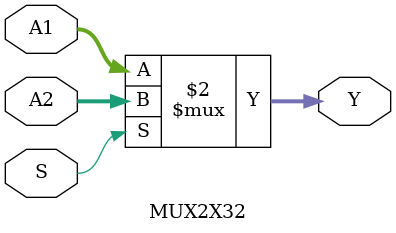
<source format=v>
module MUX2X32(A1,A2,S,Y);
    input [31:0]A1,A2;
    input S;
    output [31:0]Y;
    assign Y = (S == 1'b1) ? A2 : A1;
endmodule
</source>
